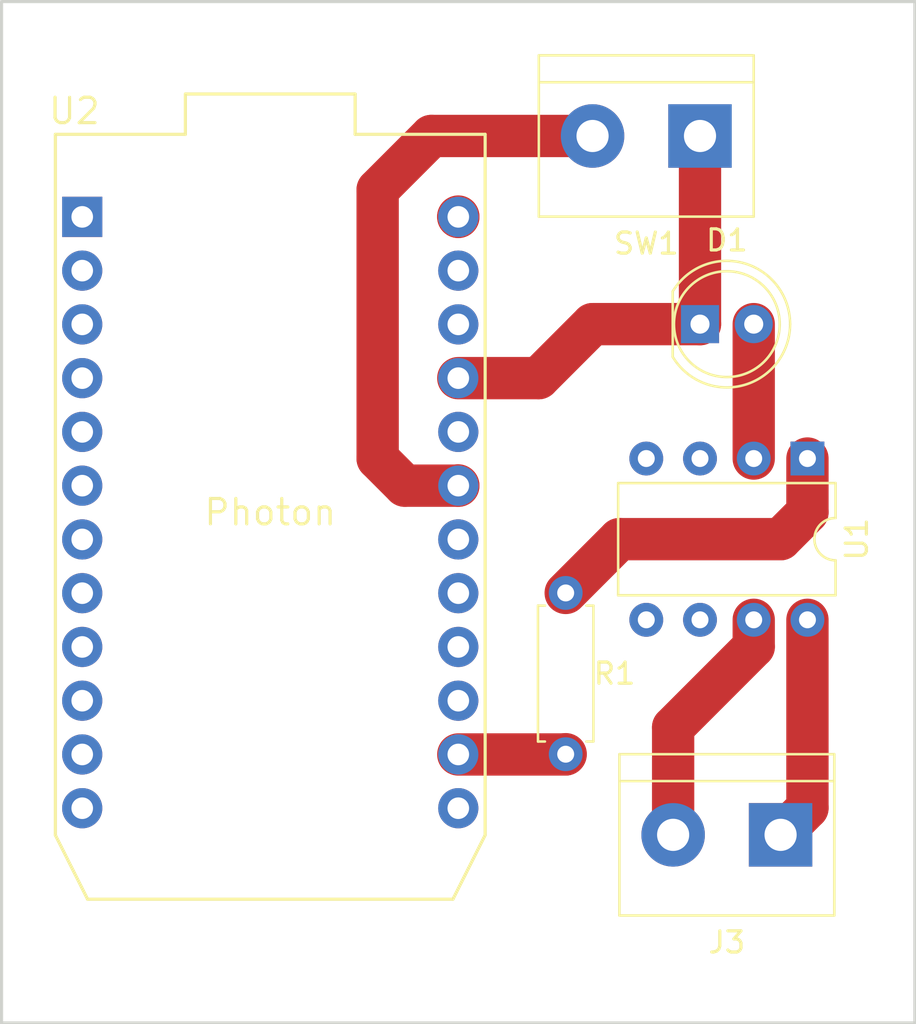
<source format=kicad_pcb>
(kicad_pcb (version 4) (host pcbnew 4.0.7)

  (general
    (links 8)
    (no_connects 0)
    (area 142.164999 90.094999 185.495001 138.505001)
    (thickness 1.6)
    (drawings 4)
    (tracks 24)
    (zones 0)
    (modules 6)
    (nets 33)
  )

  (page A4)
  (layers
    (0 F.Cu signal)
    (31 B.Cu signal)
    (32 B.Adhes user)
    (33 F.Adhes user)
    (34 B.Paste user)
    (35 F.Paste user)
    (36 B.SilkS user)
    (37 F.SilkS user)
    (38 B.Mask user)
    (39 F.Mask user)
    (40 Dwgs.User user)
    (41 Cmts.User user)
    (42 Eco1.User user)
    (43 Eco2.User user)
    (44 Edge.Cuts user)
    (45 Margin user)
    (46 B.CrtYd user)
    (47 F.CrtYd user)
    (48 B.Fab user)
    (49 F.Fab user)
  )

  (setup
    (last_trace_width 2)
    (trace_clearance 0.2)
    (zone_clearance 0.508)
    (zone_45_only no)
    (trace_min 0.2)
    (segment_width 0.2)
    (edge_width 0.15)
    (via_size 0.6)
    (via_drill 0.4)
    (via_min_size 0.4)
    (via_min_drill 0.3)
    (uvia_size 0.3)
    (uvia_drill 0.1)
    (uvias_allowed no)
    (uvia_min_size 0.2)
    (uvia_min_drill 0.1)
    (pcb_text_width 0.3)
    (pcb_text_size 1.5 1.5)
    (mod_edge_width 0.15)
    (mod_text_size 1 1)
    (mod_text_width 0.15)
    (pad_size 1.524 1.524)
    (pad_drill 0.762)
    (pad_to_mask_clearance 0.2)
    (aux_axis_origin 0 0)
    (visible_elements 7FFFFFFF)
    (pcbplotparams
      (layerselection 0x00030_80000001)
      (usegerberextensions false)
      (excludeedgelayer true)
      (linewidth 0.100000)
      (plotframeref false)
      (viasonmask false)
      (mode 1)
      (useauxorigin false)
      (hpglpennumber 1)
      (hpglpenspeed 20)
      (hpglpendiameter 15)
      (hpglpenoverlay 2)
      (psnegative false)
      (psa4output false)
      (plotreference true)
      (plotvalue true)
      (plotinvisibletext false)
      (padsonsilk false)
      (subtractmaskfromsilk false)
      (outputformat 1)
      (mirror false)
      (drillshape 1)
      (scaleselection 1)
      (outputdirectory ""))
  )

  (net 0 "")
  (net 1 GND)
  (net 2 "Net-(D1-Pad2)")
  (net 3 OPTO)
  (net 4 "Net-(J3-Pad1)")
  (net 5 "Net-(J3-Pad2)")
  (net 6 "Net-(R1-Pad1)")
  (net 7 "Net-(U1-Pad5)")
  (net 8 "Net-(U1-Pad6)")
  (net 9 "Net-(U1-Pad3)")
  (net 10 "Net-(U1-Pad4)")
  (net 11 "Net-(U2-Pad1)")
  (net 12 "Net-(U2-Pad3)")
  (net 13 "Net-(U2-Pad4)")
  (net 14 "Net-(U2-Pad5)")
  (net 15 "Net-(U2-Pad6)")
  (net 16 "Net-(U2-Pad7)")
  (net 17 "Net-(U2-Pad8)")
  (net 18 "Net-(U2-Pad9)")
  (net 19 "Net-(U2-Pad10)")
  (net 20 "Net-(U2-Pad11)")
  (net 21 "Net-(U2-Pad12)")
  (net 22 "Net-(U2-Pad23)")
  (net 23 "Net-(U2-Pad22)")
  (net 24 "Net-(U2-Pad18)")
  (net 25 "Net-(U2-Pad17)")
  (net 26 "Net-(U2-Pad16)")
  (net 27 "Net-(U2-Pad15)")
  (net 28 "Net-(U2-Pad13)")
  (net 29 "Net-(U2-Pad2)")
  (net 30 "Net-(U2-Pad20)")
  (net 31 3V3)
  (net 32 START)

  (net_class Default "This is the default net class."
    (clearance 0.2)
    (trace_width 2)
    (via_dia 0.6)
    (via_drill 0.4)
    (uvia_dia 0.3)
    (uvia_drill 0.1)
    (add_net 3V3)
    (add_net GND)
    (add_net "Net-(D1-Pad2)")
    (add_net "Net-(J3-Pad1)")
    (add_net "Net-(J3-Pad2)")
    (add_net "Net-(R1-Pad1)")
    (add_net "Net-(U1-Pad3)")
    (add_net "Net-(U1-Pad4)")
    (add_net "Net-(U1-Pad5)")
    (add_net "Net-(U1-Pad6)")
    (add_net "Net-(U2-Pad1)")
    (add_net "Net-(U2-Pad10)")
    (add_net "Net-(U2-Pad11)")
    (add_net "Net-(U2-Pad12)")
    (add_net "Net-(U2-Pad13)")
    (add_net "Net-(U2-Pad15)")
    (add_net "Net-(U2-Pad16)")
    (add_net "Net-(U2-Pad17)")
    (add_net "Net-(U2-Pad18)")
    (add_net "Net-(U2-Pad2)")
    (add_net "Net-(U2-Pad20)")
    (add_net "Net-(U2-Pad22)")
    (add_net "Net-(U2-Pad23)")
    (add_net "Net-(U2-Pad3)")
    (add_net "Net-(U2-Pad4)")
    (add_net "Net-(U2-Pad5)")
    (add_net "Net-(U2-Pad6)")
    (add_net "Net-(U2-Pad7)")
    (add_net "Net-(U2-Pad8)")
    (add_net "Net-(U2-Pad9)")
    (add_net OPTO)
    (add_net START)
  )

  (module LEDs:LED_D5.0mm (layer F.Cu) (tedit 5995936A) (tstamp 5B71CB3A)
    (at 175.26 105.41)
    (descr "LED, diameter 5.0mm, 2 pins, http://cdn-reichelt.de/documents/datenblatt/A500/LL-504BC2E-009.pdf")
    (tags "LED diameter 5.0mm 2 pins")
    (path /5B7142C4)
    (fp_text reference D1 (at 1.27 -3.96) (layer F.SilkS)
      (effects (font (size 1 1) (thickness 0.15)))
    )
    (fp_text value LED (at 1.27 3.96) (layer F.Fab)
      (effects (font (size 1 1) (thickness 0.15)))
    )
    (fp_arc (start 1.27 0) (end -1.23 -1.469694) (angle 299.1) (layer F.Fab) (width 0.1))
    (fp_arc (start 1.27 0) (end -1.29 -1.54483) (angle 148.9) (layer F.SilkS) (width 0.12))
    (fp_arc (start 1.27 0) (end -1.29 1.54483) (angle -148.9) (layer F.SilkS) (width 0.12))
    (fp_circle (center 1.27 0) (end 3.77 0) (layer F.Fab) (width 0.1))
    (fp_circle (center 1.27 0) (end 3.77 0) (layer F.SilkS) (width 0.12))
    (fp_line (start -1.23 -1.469694) (end -1.23 1.469694) (layer F.Fab) (width 0.1))
    (fp_line (start -1.29 -1.545) (end -1.29 1.545) (layer F.SilkS) (width 0.12))
    (fp_line (start -1.95 -3.25) (end -1.95 3.25) (layer F.CrtYd) (width 0.05))
    (fp_line (start -1.95 3.25) (end 4.5 3.25) (layer F.CrtYd) (width 0.05))
    (fp_line (start 4.5 3.25) (end 4.5 -3.25) (layer F.CrtYd) (width 0.05))
    (fp_line (start 4.5 -3.25) (end -1.95 -3.25) (layer F.CrtYd) (width 0.05))
    (fp_text user %R (at 1.25 0) (layer F.Fab)
      (effects (font (size 0.8 0.8) (thickness 0.2)))
    )
    (pad 1 thru_hole rect (at 0 0) (size 1.8 1.8) (drill 0.9) (layers *.Cu *.Mask)
      (net 1 GND))
    (pad 2 thru_hole circle (at 2.54 0) (size 1.8 1.8) (drill 0.9) (layers *.Cu *.Mask)
      (net 2 "Net-(D1-Pad2)"))
    (model ${KISYS3DMOD}/LEDs.3dshapes/LED_D5.0mm.wrl
      (at (xyz 0 0 0))
      (scale (xyz 0.393701 0.393701 0.393701))
      (rotate (xyz 0 0 0))
    )
  )

  (module Housings_DIP:DIP-8_W7.62mm (layer F.Cu) (tedit 59C78D6B) (tstamp 5B71CB82)
    (at 180.34 111.76 270)
    (descr "8-lead though-hole mounted DIP package, row spacing 7.62 mm (300 mils)")
    (tags "THT DIP DIL PDIP 2.54mm 7.62mm 300mil")
    (path /5B713F81)
    (fp_text reference U1 (at 3.81 -2.33 270) (layer F.SilkS)
      (effects (font (size 1 1) (thickness 0.15)))
    )
    (fp_text value LTV-827 (at 3.81 9.95 270) (layer F.Fab)
      (effects (font (size 1 1) (thickness 0.15)))
    )
    (fp_arc (start 3.81 -1.33) (end 2.81 -1.33) (angle -180) (layer F.SilkS) (width 0.12))
    (fp_line (start 1.635 -1.27) (end 6.985 -1.27) (layer F.Fab) (width 0.1))
    (fp_line (start 6.985 -1.27) (end 6.985 8.89) (layer F.Fab) (width 0.1))
    (fp_line (start 6.985 8.89) (end 0.635 8.89) (layer F.Fab) (width 0.1))
    (fp_line (start 0.635 8.89) (end 0.635 -0.27) (layer F.Fab) (width 0.1))
    (fp_line (start 0.635 -0.27) (end 1.635 -1.27) (layer F.Fab) (width 0.1))
    (fp_line (start 2.81 -1.33) (end 1.16 -1.33) (layer F.SilkS) (width 0.12))
    (fp_line (start 1.16 -1.33) (end 1.16 8.95) (layer F.SilkS) (width 0.12))
    (fp_line (start 1.16 8.95) (end 6.46 8.95) (layer F.SilkS) (width 0.12))
    (fp_line (start 6.46 8.95) (end 6.46 -1.33) (layer F.SilkS) (width 0.12))
    (fp_line (start 6.46 -1.33) (end 4.81 -1.33) (layer F.SilkS) (width 0.12))
    (fp_line (start -1.1 -1.55) (end -1.1 9.15) (layer F.CrtYd) (width 0.05))
    (fp_line (start -1.1 9.15) (end 8.7 9.15) (layer F.CrtYd) (width 0.05))
    (fp_line (start 8.7 9.15) (end 8.7 -1.55) (layer F.CrtYd) (width 0.05))
    (fp_line (start 8.7 -1.55) (end -1.1 -1.55) (layer F.CrtYd) (width 0.05))
    (fp_text user %R (at 3.81 3.81 270) (layer F.Fab)
      (effects (font (size 1 1) (thickness 0.15)))
    )
    (pad 1 thru_hole rect (at 0 0 270) (size 1.6 1.6) (drill 0.8) (layers *.Cu *.Mask)
      (net 6 "Net-(R1-Pad1)"))
    (pad 5 thru_hole oval (at 7.62 7.62 270) (size 1.6 1.6) (drill 0.8) (layers *.Cu *.Mask)
      (net 7 "Net-(U1-Pad5)"))
    (pad 2 thru_hole oval (at 0 2.54 270) (size 1.6 1.6) (drill 0.8) (layers *.Cu *.Mask)
      (net 2 "Net-(D1-Pad2)"))
    (pad 6 thru_hole oval (at 7.62 5.08 270) (size 1.6 1.6) (drill 0.8) (layers *.Cu *.Mask)
      (net 8 "Net-(U1-Pad6)"))
    (pad 3 thru_hole oval (at 0 5.08 270) (size 1.6 1.6) (drill 0.8) (layers *.Cu *.Mask)
      (net 9 "Net-(U1-Pad3)"))
    (pad 7 thru_hole oval (at 7.62 2.54 270) (size 1.6 1.6) (drill 0.8) (layers *.Cu *.Mask)
      (net 5 "Net-(J3-Pad2)"))
    (pad 4 thru_hole oval (at 0 7.62 270) (size 1.6 1.6) (drill 0.8) (layers *.Cu *.Mask)
      (net 10 "Net-(U1-Pad4)"))
    (pad 8 thru_hole oval (at 7.62 0 270) (size 1.6 1.6) (drill 0.8) (layers *.Cu *.Mask)
      (net 4 "Net-(J3-Pad1)"))
    (model ${KISYS3DMOD}/Housings_DIP.3dshapes/DIP-8_W7.62mm.wrl
      (at (xyz 0 0 0))
      (scale (xyz 1 1 1))
      (rotate (xyz 0 0 0))
    )
  )

  (module Resistors_THT:R_Axial_DIN0207_L6.3mm_D2.5mm_P7.62mm_Horizontal (layer F.Cu) (tedit 5B71D250) (tstamp 5B71D218)
    (at 168.91 118.11 270)
    (descr "Resistor, Axial_DIN0207 series, Axial, Horizontal, pin pitch=7.62mm, 0.25W = 1/4W, length*diameter=6.3*2.5mm^2, http://cdn-reichelt.de/documents/datenblatt/B400/1_4W%23YAG.pdf")
    (tags "Resistor Axial_DIN0207 series Axial Horizontal pin pitch 7.62mm 0.25W = 1/4W length 6.3mm diameter 2.5mm")
    (path /5B71D1EF)
    (fp_text reference R1 (at 3.81 -2.31 360) (layer F.SilkS)
      (effects (font (size 1 1) (thickness 0.15)))
    )
    (fp_text value R (at 3.81 2.31 270) (layer F.Fab)
      (effects (font (size 1 1) (thickness 0.15)))
    )
    (fp_line (start 0.66 -1.25) (end 0.66 1.25) (layer F.Fab) (width 0.1))
    (fp_line (start 0.66 1.25) (end 6.96 1.25) (layer F.Fab) (width 0.1))
    (fp_line (start 6.96 1.25) (end 6.96 -1.25) (layer F.Fab) (width 0.1))
    (fp_line (start 6.96 -1.25) (end 0.66 -1.25) (layer F.Fab) (width 0.1))
    (fp_line (start 0 0) (end 0.66 0) (layer F.Fab) (width 0.1))
    (fp_line (start 7.62 0) (end 6.96 0) (layer F.Fab) (width 0.1))
    (fp_line (start 0.6 -0.98) (end 0.6 -1.31) (layer F.SilkS) (width 0.12))
    (fp_line (start 0.6 -1.31) (end 7.02 -1.31) (layer F.SilkS) (width 0.12))
    (fp_line (start 7.02 -1.31) (end 7.02 -0.98) (layer F.SilkS) (width 0.12))
    (fp_line (start 0.6 0.98) (end 0.6 1.31) (layer F.SilkS) (width 0.12))
    (fp_line (start 0.6 1.31) (end 7.02 1.31) (layer F.SilkS) (width 0.12))
    (fp_line (start 7.02 1.31) (end 7.02 0.98) (layer F.SilkS) (width 0.12))
    (fp_line (start -1.05 -1.6) (end -1.05 1.6) (layer F.CrtYd) (width 0.05))
    (fp_line (start -1.05 1.6) (end 8.7 1.6) (layer F.CrtYd) (width 0.05))
    (fp_line (start 8.7 1.6) (end 8.7 -1.6) (layer F.CrtYd) (width 0.05))
    (fp_line (start 8.7 -1.6) (end -1.05 -1.6) (layer F.CrtYd) (width 0.05))
    (pad 1 thru_hole circle (at 0 0 270) (size 1.6 1.6) (drill 0.8) (layers *.Cu *.Mask)
      (net 6 "Net-(R1-Pad1)"))
    (pad 2 thru_hole oval (at 7.62 0 270) (size 1.6 1.6) (drill 0.8) (layers *.Cu *.Mask)
      (net 3 OPTO))
    (model ${KISYS3DMOD}/Resistors_THT.3dshapes/R_Axial_DIN0207_L6.3mm_D2.5mm_P7.62mm_Horizontal.wrl
      (at (xyz 0 0 0))
      (scale (xyz 0.393701 0.393701 0.393701))
      (rotate (xyz 0 0 0))
    )
  )

  (module Particle:photon_tht (layer F.Cu) (tedit 592757CD) (tstamp 5B729064)
    (at 154.94 114.3)
    (path /5B729424)
    (fp_text reference U2 (at -9.25746 -18.95874) (layer F.SilkS)
      (effects (font (size 1.2 1.2) (thickness 0.15)))
    )
    (fp_text value Photon (at 0.00254 0) (layer F.SilkS)
      (effects (font (size 1.2 1.2) (thickness 0.15)))
    )
    (fp_text user "no pwr/gnd planes" (at -0.07366 19.91106) (layer F.Fab)
      (effects (font (size 1 1) (thickness 0.15)))
    )
    (fp_text user "route no signals" (at -0.05588 16.43126) (layer F.Fab)
      (effects (font (size 1 1) (thickness 0.15)))
    )
    (fp_text user "Antenna area" (at -0.05588 13.132816) (layer F.Fab)
      (effects (font (size 1 1) (thickness 0.15)))
    )
    (fp_line (start 7.62254 22.617176) (end 7.62254 10.28172) (layer B.CrtYd) (width 0.15))
    (fp_line (start 7.62254 10.28172) (end -7.61746 10.28172) (layer B.CrtYd) (width 0.15))
    (fp_line (start 7.62254 22.617176) (end -7.61746 22.617176) (layer B.CrtYd) (width 0.15))
    (fp_line (start -7.61746 22.617176) (end -7.61746 10.28172) (layer B.CrtYd) (width 0.15))
    (fp_line (start 10.16254 15.25172) (end 8.63854 18.28172) (layer F.SilkS) (width 0.15))
    (fp_line (start -10.15746 15.25172) (end -8.63346 18.28172) (layer F.SilkS) (width 0.15))
    (fp_line (start -8.63346 18.28172) (end 8.63854 18.28172) (layer F.SilkS) (width 0.15))
    (fp_line (start 10.16254 -17.85874) (end 10.16254 15.25172) (layer F.SilkS) (width 0.15))
    (fp_line (start -10.15746 -17.85828) (end -10.15746 15.25172) (layer F.SilkS) (width 0.15))
    (fp_line (start 4.01574 -17.85874) (end 10.16254 -17.85874) (layer F.SilkS) (width 0.15))
    (fp_line (start -4.01066 -17.85828) (end -10.15746 -17.85828) (layer F.SilkS) (width 0.15))
    (fp_line (start -4.01066 -19.76374) (end -4.01066 -17.85874) (layer F.SilkS) (width 0.15))
    (fp_line (start 4.01574 -19.76374) (end 4.01574 -17.85874) (layer F.SilkS) (width 0.15))
    (fp_line (start -4.01066 -19.76374) (end 4.01574 -19.76374) (layer F.SilkS) (width 0.15))
    (fp_line (start 7.62254 10.28172) (end -7.61746 10.28172) (layer F.CrtYd) (width 0.15))
    (fp_line (start 7.62254 22.617176) (end 7.62254 10.28172) (layer F.CrtYd) (width 0.15))
    (fp_line (start -7.61746 22.617176) (end -7.61746 10.28172) (layer F.CrtYd) (width 0.15))
    (fp_line (start 7.62254 22.617176) (end -7.61746 22.617176) (layer F.CrtYd) (width 0.15))
    (pad 1 thru_hole rect (at -8.88746 -13.95828) (size 1.9 1.9) (drill 1.02) (layers *.Cu *.Mask)
      (net 11 "Net-(U2-Pad1)"))
    (pad 2 thru_hole circle (at -8.88746 -11.41828) (size 1.9 1.9) (drill 1.02) (layers *.Cu *.Mask)
      (net 29 "Net-(U2-Pad2)"))
    (pad 3 thru_hole circle (at -8.88746 -8.87828) (size 1.9 1.9) (drill 1.02) (layers *.Cu *.Mask)
      (net 12 "Net-(U2-Pad3)"))
    (pad 4 thru_hole circle (at -8.88746 -6.33828) (size 1.9 1.9) (drill 1.02) (layers *.Cu *.Mask)
      (net 13 "Net-(U2-Pad4)"))
    (pad 5 thru_hole circle (at -8.88746 -3.79828) (size 1.9 1.9) (drill 1.02) (layers *.Cu *.Mask)
      (net 14 "Net-(U2-Pad5)"))
    (pad 6 thru_hole circle (at -8.88746 -1.25828) (size 1.9 1.9) (drill 1.02) (layers *.Cu *.Mask)
      (net 15 "Net-(U2-Pad6)"))
    (pad 7 thru_hole circle (at -8.88746 1.28172) (size 1.9 1.9) (drill 1.02) (layers *.Cu *.Mask)
      (net 16 "Net-(U2-Pad7)"))
    (pad 8 thru_hole circle (at -8.88746 3.82172) (size 1.9 1.9) (drill 1.02) (layers *.Cu *.Mask)
      (net 17 "Net-(U2-Pad8)"))
    (pad 9 thru_hole circle (at -8.88746 6.36172) (size 1.9 1.9) (drill 1.02) (layers *.Cu *.Mask)
      (net 18 "Net-(U2-Pad9)"))
    (pad 10 thru_hole circle (at -8.88746 8.90172) (size 1.9 1.9) (drill 1.02) (layers *.Cu *.Mask)
      (net 19 "Net-(U2-Pad10)"))
    (pad 11 thru_hole circle (at -8.88746 11.44172) (size 1.9 1.9) (drill 1.02) (layers *.Cu *.Mask)
      (net 20 "Net-(U2-Pad11)"))
    (pad 12 thru_hole circle (at -8.88746 13.98172) (size 1.9 1.9) (drill 1.02) (layers *.Cu *.Mask)
      (net 21 "Net-(U2-Pad12)"))
    (pad 24 thru_hole circle (at 8.89254 -13.95828) (size 1.9 1.9) (drill 1.02) (layers *.Cu *.Mask)
      (net 31 3V3))
    (pad 23 thru_hole circle (at 8.89254 -11.41828) (size 1.9 1.9) (drill 1.02) (layers *.Cu *.Mask)
      (net 22 "Net-(U2-Pad23)"))
    (pad 22 thru_hole circle (at 8.89254 -8.87828) (size 1.9 1.9) (drill 1.02) (layers *.Cu *.Mask)
      (net 23 "Net-(U2-Pad22)"))
    (pad 21 thru_hole circle (at 8.89254 -6.33828) (size 1.9 1.9) (drill 1.02) (layers *.Cu *.Mask)
      (net 1 GND))
    (pad 20 thru_hole circle (at 8.89254 -3.79828) (size 1.9 1.9) (drill 1.02) (layers *.Cu *.Mask)
      (net 30 "Net-(U2-Pad20)"))
    (pad 19 thru_hole circle (at 8.89254 -1.25828) (size 1.9 1.9) (drill 1.02) (layers *.Cu *.Mask)
      (net 32 START))
    (pad 18 thru_hole circle (at 8.89254 1.28172) (size 1.9 1.9) (drill 1.02) (layers *.Cu *.Mask)
      (net 24 "Net-(U2-Pad18)"))
    (pad 17 thru_hole circle (at 8.89254 3.82172) (size 1.9 1.9) (drill 1.02) (layers *.Cu *.Mask)
      (net 25 "Net-(U2-Pad17)"))
    (pad 16 thru_hole circle (at 8.89254 6.36172) (size 1.9 1.9) (drill 1.02) (layers *.Cu *.Mask)
      (net 26 "Net-(U2-Pad16)"))
    (pad 15 thru_hole circle (at 8.89254 8.90172) (size 1.9 1.9) (drill 1.02) (layers *.Cu *.Mask)
      (net 27 "Net-(U2-Pad15)"))
    (pad 14 thru_hole circle (at 8.89254 11.44172) (size 1.9 1.9) (drill 1.02) (layers *.Cu *.Mask)
      (net 3 OPTO))
    (pad 13 thru_hole circle (at 8.89254 13.98172) (size 1.9 1.9) (drill 1.02) (layers *.Cu *.Mask)
      (net 28 "Net-(U2-Pad13)"))
  )

  (module Connectors_Terminal_Blocks:TerminalBlock_bornier-2_P5.08mm (layer F.Cu) (tedit 59FF03AB) (tstamp 5B72A27D)
    (at 175.26 96.52 180)
    (descr "simple 2-pin terminal block, pitch 5.08mm, revamped version of bornier2")
    (tags "terminal block bornier2")
    (path /5B729AF1)
    (fp_text reference SW1 (at 2.54 -5.08 180) (layer F.SilkS)
      (effects (font (size 1 1) (thickness 0.15)))
    )
    (fp_text value SW_DIP_x01 (at 2.54 5.08 180) (layer F.Fab)
      (effects (font (size 1 1) (thickness 0.15)))
    )
    (fp_text user %R (at 2.54 0 180) (layer F.Fab)
      (effects (font (size 1 1) (thickness 0.15)))
    )
    (fp_line (start -2.41 2.55) (end 7.49 2.55) (layer F.Fab) (width 0.1))
    (fp_line (start -2.46 -3.75) (end -2.46 3.75) (layer F.Fab) (width 0.1))
    (fp_line (start -2.46 3.75) (end 7.54 3.75) (layer F.Fab) (width 0.1))
    (fp_line (start 7.54 3.75) (end 7.54 -3.75) (layer F.Fab) (width 0.1))
    (fp_line (start 7.54 -3.75) (end -2.46 -3.75) (layer F.Fab) (width 0.1))
    (fp_line (start 7.62 2.54) (end -2.54 2.54) (layer F.SilkS) (width 0.12))
    (fp_line (start 7.62 3.81) (end 7.62 -3.81) (layer F.SilkS) (width 0.12))
    (fp_line (start 7.62 -3.81) (end -2.54 -3.81) (layer F.SilkS) (width 0.12))
    (fp_line (start -2.54 -3.81) (end -2.54 3.81) (layer F.SilkS) (width 0.12))
    (fp_line (start -2.54 3.81) (end 7.62 3.81) (layer F.SilkS) (width 0.12))
    (fp_line (start -2.71 -4) (end 7.79 -4) (layer F.CrtYd) (width 0.05))
    (fp_line (start -2.71 -4) (end -2.71 4) (layer F.CrtYd) (width 0.05))
    (fp_line (start 7.79 4) (end 7.79 -4) (layer F.CrtYd) (width 0.05))
    (fp_line (start 7.79 4) (end -2.71 4) (layer F.CrtYd) (width 0.05))
    (pad 1 thru_hole rect (at 0 0 180) (size 3 3) (drill 1.52) (layers *.Cu *.Mask)
      (net 1 GND))
    (pad 2 thru_hole circle (at 5.08 0 180) (size 3 3) (drill 1.52) (layers *.Cu *.Mask)
      (net 32 START))
    (model ${KISYS3DMOD}/Terminal_Blocks.3dshapes/TerminalBlock_bornier-2_P5.08mm.wrl
      (at (xyz 0.1 0 0))
      (scale (xyz 1 1 1))
      (rotate (xyz 0 0 0))
    )
  )

  (module Connectors_Terminal_Blocks:TerminalBlock_bornier-2_P5.08mm (layer F.Cu) (tedit 5B7865EE) (tstamp 5B7865E8)
    (at 179.07 129.54 180)
    (descr "simple 2-pin terminal block, pitch 5.08mm, revamped version of bornier2")
    (tags "terminal block bornier2")
    (path /5B71473E)
    (fp_text reference J3 (at 2.54 -5.08 180) (layer F.SilkS)
      (effects (font (size 1 1) (thickness 0.15)))
    )
    (fp_text value Conn_01x02 (at 2.54 5.08 180) (layer F.Fab)
      (effects (font (size 1 1) (thickness 0.15)))
    )
    (fp_text user %R (at 2.54 0 270) (layer F.Fab)
      (effects (font (size 1 1) (thickness 0.15)))
    )
    (fp_line (start -2.41 2.55) (end 7.49 2.55) (layer F.Fab) (width 0.1))
    (fp_line (start -2.46 -3.75) (end -2.46 3.75) (layer F.Fab) (width 0.1))
    (fp_line (start -2.46 3.75) (end 7.54 3.75) (layer F.Fab) (width 0.1))
    (fp_line (start 7.54 3.75) (end 7.54 -3.75) (layer F.Fab) (width 0.1))
    (fp_line (start 7.54 -3.75) (end -2.46 -3.75) (layer F.Fab) (width 0.1))
    (fp_line (start 7.62 2.54) (end -2.54 2.54) (layer F.SilkS) (width 0.12))
    (fp_line (start 7.62 3.81) (end 7.62 -3.81) (layer F.SilkS) (width 0.12))
    (fp_line (start 7.62 -3.81) (end -2.54 -3.81) (layer F.SilkS) (width 0.12))
    (fp_line (start -2.54 -3.81) (end -2.54 3.81) (layer F.SilkS) (width 0.12))
    (fp_line (start -2.54 3.81) (end 7.62 3.81) (layer F.SilkS) (width 0.12))
    (fp_line (start -2.71 -4) (end 7.79 -4) (layer F.CrtYd) (width 0.05))
    (fp_line (start -2.71 -4) (end -2.71 4) (layer F.CrtYd) (width 0.05))
    (fp_line (start 7.79 4) (end 7.79 -4) (layer F.CrtYd) (width 0.05))
    (fp_line (start 7.79 4) (end -2.71 4) (layer F.CrtYd) (width 0.05))
    (pad 1 thru_hole rect (at 0 0 180) (size 3 3) (drill 1.52) (layers *.Cu *.Mask)
      (net 4 "Net-(J3-Pad1)"))
    (pad 2 thru_hole circle (at 5.08 0 180) (size 3 3) (drill 1.52) (layers *.Cu *.Mask)
      (net 5 "Net-(J3-Pad2)"))
    (model ${KISYS3DMOD}/Terminal_Blocks.3dshapes/TerminalBlock_bornier-2_P5.08mm.wrl
      (at (xyz 0.1 0 0))
      (scale (xyz 1 1 1))
      (rotate (xyz 0 0 0))
    )
  )

  (gr_line (start 142.24 138.43) (end 142.24 90.17) (angle 90) (layer Edge.Cuts) (width 0.15))
  (gr_line (start 185.42 138.43) (end 142.24 138.43) (angle 90) (layer Edge.Cuts) (width 0.15))
  (gr_line (start 185.42 90.17) (end 185.42 138.43) (angle 90) (layer Edge.Cuts) (width 0.15))
  (gr_line (start 142.24 90.17) (end 185.42 90.17) (angle 90) (layer Edge.Cuts) (width 0.15))

  (segment (start 175.26 105.41) (end 175.26 96.52) (width 2) (layer F.Cu) (net 1) (status C00000))
  (segment (start 163.83254 107.96172) (end 167.62828 107.96172) (width 2) (layer F.Cu) (net 1) (status 400000))
  (segment (start 170.18 105.41) (end 175.26 105.41) (width 2) (layer F.Cu) (net 1) (tstamp 5B7866D6) (status 800000))
  (segment (start 167.62828 107.96172) (end 170.18 105.41) (width 2) (layer F.Cu) (net 1) (tstamp 5B7866D5))
  (segment (start 177.8 111.76) (end 177.8 105.41) (width 2) (layer F.Cu) (net 2) (status C00000))
  (segment (start 163.83254 125.74172) (end 168.89828 125.74172) (width 2) (layer F.Cu) (net 3))
  (segment (start 168.89828 125.74172) (end 168.91 125.73) (width 2) (layer F.Cu) (net 3) (tstamp 5B72D23B))
  (segment (start 180.34 119.38) (end 180.34 128.27) (width 2) (layer F.Cu) (net 4))
  (segment (start 180.34 128.27) (end 179.07 129.54) (width 2) (layer F.Cu) (net 4) (tstamp 5B7866B7))
  (segment (start 177.8 119.38) (end 177.8 120.65) (width 2) (layer F.Cu) (net 5))
  (segment (start 173.99 124.46) (end 173.99 129.54) (width 2) (layer F.Cu) (net 5) (tstamp 5B7866BB))
  (segment (start 177.8 120.65) (end 173.99 124.46) (width 2) (layer F.Cu) (net 5) (tstamp 5B7866BA))
  (segment (start 168.91 118.11) (end 171.45 115.57) (width 2) (layer F.Cu) (net 6))
  (segment (start 180.34 114.3) (end 180.34 111.76) (width 2) (layer F.Cu) (net 6) (tstamp 5B786691))
  (segment (start 179.07 115.57) (end 180.34 114.3) (width 2) (layer F.Cu) (net 6) (tstamp 5B786690))
  (segment (start 171.45 115.57) (end 179.07 115.57) (width 2) (layer F.Cu) (net 6) (tstamp 5B78668F))
  (segment (start 163.83254 100.34172) (end 163.83254 100.32746) (width 2) (layer F.Cu) (net 31))
  (segment (start 163.83 100.33918) (end 163.83254 100.34172) (width 2) (layer F.Cu) (net 31) (tstamp 5B72C238))
  (segment (start 170.18 96.52) (end 162.56 96.52) (width 2) (layer F.Cu) (net 32))
  (segment (start 161.30172 113.04172) (end 163.83254 113.04172) (width 2) (layer F.Cu) (net 32) (tstamp 5B786210))
  (segment (start 160.02 111.76) (end 161.30172 113.04172) (width 2) (layer F.Cu) (net 32) (tstamp 5B78620F))
  (segment (start 160.02 99.06) (end 160.02 111.76) (width 2) (layer F.Cu) (net 32) (tstamp 5B78620E))
  (segment (start 162.56 96.52) (end 160.02 99.06) (width 2) (layer F.Cu) (net 32) (tstamp 5B78620D))
  (segment (start 163.82082 113.03) (end 163.83254 113.04172) (width 2) (layer F.Cu) (net 32) (tstamp 5B72C370))

)

</source>
